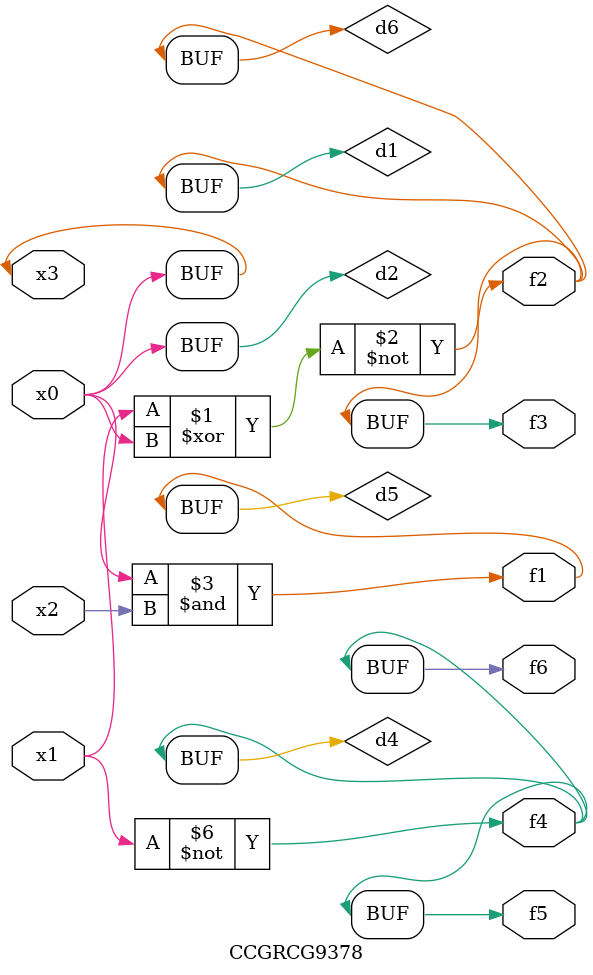
<source format=v>
module CCGRCG9378(
	input x0, x1, x2, x3,
	output f1, f2, f3, f4, f5, f6
);

	wire d1, d2, d3, d4, d5, d6;

	xnor (d1, x1, x3);
	buf (d2, x0, x3);
	nand (d3, x0, x2);
	not (d4, x1);
	nand (d5, d3);
	or (d6, d1);
	assign f1 = d5;
	assign f2 = d6;
	assign f3 = d6;
	assign f4 = d4;
	assign f5 = d4;
	assign f6 = d4;
endmodule

</source>
